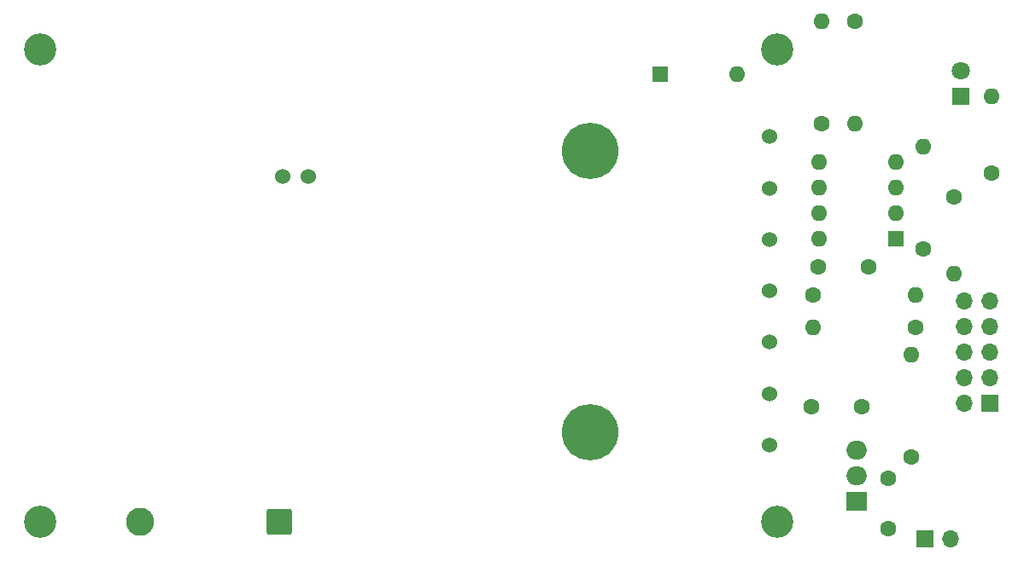
<source format=gbr>
%TF.GenerationSoftware,KiCad,Pcbnew,(6.0.5-0)*%
%TF.CreationDate,2022-06-29T07:05:30+01:00*%
%TF.ProjectId,revised_minh_design,72657669-7365-4645-9f6d-696e685f6465,rev?*%
%TF.SameCoordinates,Original*%
%TF.FileFunction,Soldermask,Top*%
%TF.FilePolarity,Negative*%
%FSLAX46Y46*%
G04 Gerber Fmt 4.6, Leading zero omitted, Abs format (unit mm)*
G04 Created by KiCad (PCBNEW (6.0.5-0)) date 2022-06-29 07:05:30*
%MOMM*%
%LPD*%
G01*
G04 APERTURE LIST*
G04 Aperture macros list*
%AMRoundRect*
0 Rectangle with rounded corners*
0 $1 Rounding radius*
0 $2 $3 $4 $5 $6 $7 $8 $9 X,Y pos of 4 corners*
0 Add a 4 corners polygon primitive as box body*
4,1,4,$2,$3,$4,$5,$6,$7,$8,$9,$2,$3,0*
0 Add four circle primitives for the rounded corners*
1,1,$1+$1,$2,$3*
1,1,$1+$1,$4,$5*
1,1,$1+$1,$6,$7*
1,1,$1+$1,$8,$9*
0 Add four rect primitives between the rounded corners*
20,1,$1+$1,$2,$3,$4,$5,0*
20,1,$1+$1,$4,$5,$6,$7,0*
20,1,$1+$1,$6,$7,$8,$9,0*
20,1,$1+$1,$8,$9,$2,$3,0*%
G04 Aperture macros list end*
%ADD10C,1.600000*%
%ADD11O,1.600000X1.600000*%
%ADD12C,3.200000*%
%ADD13R,1.600000X1.600000*%
%ADD14C,5.600000*%
%ADD15R,1.800000X1.800000*%
%ADD16C,1.800000*%
%ADD17C,1.524000*%
%ADD18R,2.000000X1.905000*%
%ADD19O,2.000000X1.905000*%
%ADD20R,1.700000X1.700000*%
%ADD21O,1.700000X1.700000*%
%ADD22RoundRect,0.249999X1.025001X-1.025001X1.025001X1.025001X-1.025001X1.025001X-1.025001X-1.025001X0*%
%ADD23C,2.800000*%
G04 APERTURE END LIST*
D10*
%TO.C,R4*%
X188264800Y-41605200D03*
D11*
X188264800Y-33985200D03*
%TD*%
D10*
%TO.C,R1*%
X181483000Y-49149000D03*
D11*
X181483000Y-38989000D03*
%TD*%
D12*
%TO.C, *%
X167005000Y-76200000D03*
%TD*%
D13*
%TO.C,D1*%
X155448000Y-31750000D03*
D11*
X163068000Y-31750000D03*
%TD*%
D10*
%TO.C,C1*%
X178054000Y-76922000D03*
X178054000Y-71922000D03*
%TD*%
%TO.C,R7*%
X180721000Y-56896000D03*
D11*
X170561000Y-56896000D03*
%TD*%
D12*
%TO.C, *%
X94000000Y-76200000D03*
%TD*%
D10*
%TO.C,R5*%
X171450000Y-36703000D03*
D11*
X171450000Y-26543000D03*
%TD*%
D14*
%TO.C, *%
X148463000Y-67310000D03*
%TD*%
D12*
%TO.C, *%
X167005000Y-29337000D03*
%TD*%
D15*
%TO.C,D2*%
X185267600Y-33939400D03*
D16*
X185267600Y-31399400D03*
%TD*%
D14*
%TO.C, *%
X148463000Y-39370000D03*
%TD*%
D17*
%TO.C,U4*%
X166243000Y-68584000D03*
X166243000Y-63480000D03*
X120523000Y-41910000D03*
X117983000Y-41910000D03*
X166243000Y-58380000D03*
X166243000Y-53280000D03*
X166243000Y-48180000D03*
X166243000Y-43080000D03*
X166243000Y-37980000D03*
%TD*%
D18*
%TO.C,U1*%
X174935000Y-74168000D03*
D19*
X174935000Y-71628000D03*
X174935000Y-69088000D03*
%TD*%
D10*
%TO.C,C2*%
X175423200Y-64770000D03*
X170423200Y-64770000D03*
%TD*%
%TO.C,C3*%
X171109000Y-50927000D03*
X176109000Y-50927000D03*
%TD*%
%TO.C,R6*%
X174752000Y-26543000D03*
D11*
X174752000Y-36703000D03*
%TD*%
D10*
%TO.C,R8*%
X180289200Y-69799200D03*
D11*
X180289200Y-59639200D03*
%TD*%
D10*
%TO.C,R3*%
X170561000Y-53721000D03*
D11*
X180721000Y-53721000D03*
%TD*%
D20*
%TO.C,J3*%
X181711600Y-77927200D03*
D21*
X184251600Y-77927200D03*
%TD*%
D12*
%TO.C, *%
X94000000Y-29337000D03*
%TD*%
D10*
%TO.C,R2*%
X184531000Y-43942000D03*
D11*
X184531000Y-51562000D03*
%TD*%
D13*
%TO.C,U2*%
X178806000Y-48123000D03*
D11*
X178806000Y-45583000D03*
X178806000Y-43043000D03*
X178806000Y-40503000D03*
X171186000Y-40503000D03*
X171186000Y-43043000D03*
X171186000Y-45583000D03*
X171186000Y-48123000D03*
%TD*%
D22*
%TO.C,J2*%
X117704000Y-76200000D03*
D23*
X103904000Y-76200000D03*
%TD*%
D20*
%TO.C,J1*%
X188132400Y-64435200D03*
D21*
X185592400Y-64435200D03*
X188132400Y-61895200D03*
X185592400Y-61895200D03*
X188132400Y-59355200D03*
X185592400Y-59355200D03*
X188132400Y-56815200D03*
X185592400Y-56815200D03*
X188132400Y-54275200D03*
X185592400Y-54275200D03*
%TD*%
M02*

</source>
